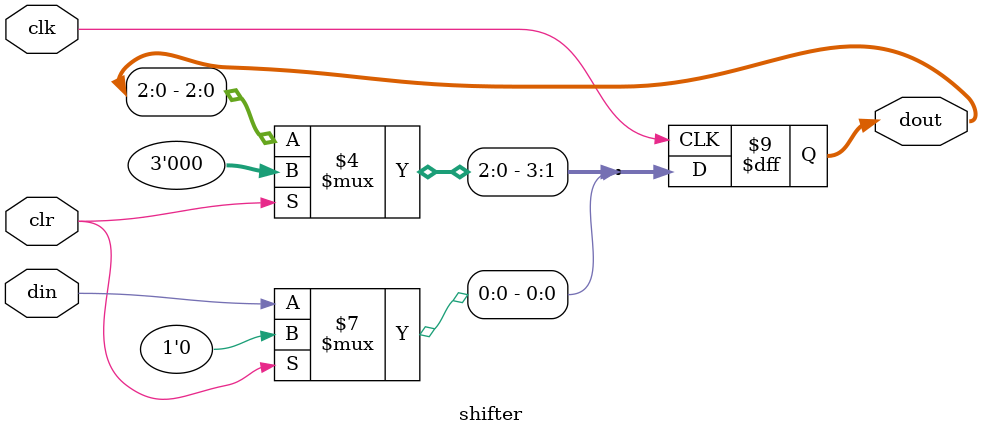
<source format=v>
module shifter(
    input wire din,
    input wire clk,
    input wire clr,
    output reg[3:0] dout
);

always @(posedge clk)
    begin
     if(clr) dout <= 4'b0;
     else 
        begin
           dout <= dout<<1;
           dout[0] <=din; 
        end
    end
endmodule
</source>
